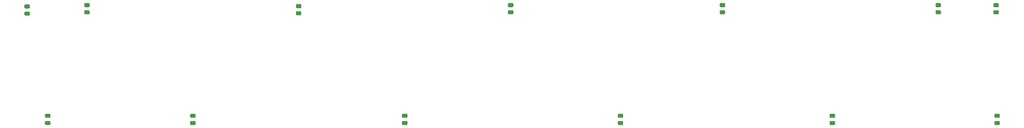
<source format=gbr>
%TF.GenerationSoftware,KiCad,Pcbnew,(5.1.9-0-10_14)*%
%TF.CreationDate,2022-08-31T22:56:09-04:00*%
%TF.ProjectId,47AhFoMoCo,34374168-466f-44d6-9f43-6f2e6b696361,rev?*%
%TF.SameCoordinates,Original*%
%TF.FileFunction,Paste,Bot*%
%TF.FilePolarity,Positive*%
%FSLAX46Y46*%
G04 Gerber Fmt 4.6, Leading zero omitted, Abs format (unit mm)*
G04 Created by KiCad (PCBNEW (5.1.9-0-10_14)) date 2022-08-31 22:56:09*
%MOMM*%
%LPD*%
G01*
G04 APERTURE LIST*
G04 APERTURE END LIST*
%TO.C,R2*%
G36*
G01*
X75299998Y-120900000D02*
X76200002Y-120900000D01*
G75*
G02*
X76450000Y-121149998I0J-249998D01*
G01*
X76450000Y-121675002D01*
G75*
G02*
X76200002Y-121925000I-249998J0D01*
G01*
X75299998Y-121925000D01*
G75*
G02*
X75050000Y-121675002I0J249998D01*
G01*
X75050000Y-121149998D01*
G75*
G02*
X75299998Y-120900000I249998J0D01*
G01*
G37*
G36*
G01*
X75299998Y-119075000D02*
X76200002Y-119075000D01*
G75*
G02*
X76450000Y-119324998I0J-249998D01*
G01*
X76450000Y-119850002D01*
G75*
G02*
X76200002Y-120100000I-249998J0D01*
G01*
X75299998Y-120100000D01*
G75*
G02*
X75050000Y-119850002I0J249998D01*
G01*
X75050000Y-119324998D01*
G75*
G02*
X75299998Y-119075000I249998J0D01*
G01*
G37*
%TD*%
%TO.C,R1*%
G36*
G01*
X70950002Y-94012500D02*
X70049998Y-94012500D01*
G75*
G02*
X69800000Y-93762502I0J249998D01*
G01*
X69800000Y-93237498D01*
G75*
G02*
X70049998Y-92987500I249998J0D01*
G01*
X70950002Y-92987500D01*
G75*
G02*
X71200000Y-93237498I0J-249998D01*
G01*
X71200000Y-93762502D01*
G75*
G02*
X70950002Y-94012500I-249998J0D01*
G01*
G37*
G36*
G01*
X70950002Y-92187500D02*
X70049998Y-92187500D01*
G75*
G02*
X69800000Y-91937502I0J249998D01*
G01*
X69800000Y-91412498D01*
G75*
G02*
X70049998Y-91162500I249998J0D01*
G01*
X70950002Y-91162500D01*
G75*
G02*
X71200000Y-91412498I0J-249998D01*
G01*
X71200000Y-91937502D01*
G75*
G02*
X70950002Y-92187500I-249998J0D01*
G01*
G37*
%TD*%
%TO.C,R3*%
G36*
G01*
X86200002Y-93675000D02*
X85299998Y-93675000D01*
G75*
G02*
X85050000Y-93425002I0J249998D01*
G01*
X85050000Y-92899998D01*
G75*
G02*
X85299998Y-92650000I249998J0D01*
G01*
X86200002Y-92650000D01*
G75*
G02*
X86450000Y-92899998I0J-249998D01*
G01*
X86450000Y-93425002D01*
G75*
G02*
X86200002Y-93675000I-249998J0D01*
G01*
G37*
G36*
G01*
X86200002Y-91850000D02*
X85299998Y-91850000D01*
G75*
G02*
X85050000Y-91600002I0J249998D01*
G01*
X85050000Y-91074998D01*
G75*
G02*
X85299998Y-90825000I249998J0D01*
G01*
X86200002Y-90825000D01*
G75*
G02*
X86450000Y-91074998I0J-249998D01*
G01*
X86450000Y-91600002D01*
G75*
G02*
X86200002Y-91850000I-249998J0D01*
G01*
G37*
%TD*%
%TO.C,R4*%
G36*
G01*
X112299998Y-120900000D02*
X113200002Y-120900000D01*
G75*
G02*
X113450000Y-121149998I0J-249998D01*
G01*
X113450000Y-121675002D01*
G75*
G02*
X113200002Y-121925000I-249998J0D01*
G01*
X112299998Y-121925000D01*
G75*
G02*
X112050000Y-121675002I0J249998D01*
G01*
X112050000Y-121149998D01*
G75*
G02*
X112299998Y-120900000I249998J0D01*
G01*
G37*
G36*
G01*
X112299998Y-119075000D02*
X113200002Y-119075000D01*
G75*
G02*
X113450000Y-119324998I0J-249998D01*
G01*
X113450000Y-119850002D01*
G75*
G02*
X113200002Y-120100000I-249998J0D01*
G01*
X112299998Y-120100000D01*
G75*
G02*
X112050000Y-119850002I0J249998D01*
G01*
X112050000Y-119324998D01*
G75*
G02*
X112299998Y-119075000I249998J0D01*
G01*
G37*
%TD*%
%TO.C,R5*%
G36*
G01*
X140162502Y-93925000D02*
X139262498Y-93925000D01*
G75*
G02*
X139012500Y-93675002I0J249998D01*
G01*
X139012500Y-93149998D01*
G75*
G02*
X139262498Y-92900000I249998J0D01*
G01*
X140162502Y-92900000D01*
G75*
G02*
X140412500Y-93149998I0J-249998D01*
G01*
X140412500Y-93675002D01*
G75*
G02*
X140162502Y-93925000I-249998J0D01*
G01*
G37*
G36*
G01*
X140162502Y-92100000D02*
X139262498Y-92100000D01*
G75*
G02*
X139012500Y-91850002I0J249998D01*
G01*
X139012500Y-91324998D01*
G75*
G02*
X139262498Y-91075000I249998J0D01*
G01*
X140162502Y-91075000D01*
G75*
G02*
X140412500Y-91324998I0J-249998D01*
G01*
X140412500Y-91850002D01*
G75*
G02*
X140162502Y-92100000I-249998J0D01*
G01*
G37*
%TD*%
%TO.C,R6*%
G36*
G01*
X166299998Y-120900000D02*
X167200002Y-120900000D01*
G75*
G02*
X167450000Y-121149998I0J-249998D01*
G01*
X167450000Y-121675002D01*
G75*
G02*
X167200002Y-121925000I-249998J0D01*
G01*
X166299998Y-121925000D01*
G75*
G02*
X166050000Y-121675002I0J249998D01*
G01*
X166050000Y-121149998D01*
G75*
G02*
X166299998Y-120900000I249998J0D01*
G01*
G37*
G36*
G01*
X166299998Y-119075000D02*
X167200002Y-119075000D01*
G75*
G02*
X167450000Y-119324998I0J-249998D01*
G01*
X167450000Y-119850002D01*
G75*
G02*
X167200002Y-120100000I-249998J0D01*
G01*
X166299998Y-120100000D01*
G75*
G02*
X166050000Y-119850002I0J249998D01*
G01*
X166050000Y-119324998D01*
G75*
G02*
X166299998Y-119075000I249998J0D01*
G01*
G37*
%TD*%
%TO.C,R7*%
G36*
G01*
X194200002Y-93675000D02*
X193299998Y-93675000D01*
G75*
G02*
X193050000Y-93425002I0J249998D01*
G01*
X193050000Y-92899998D01*
G75*
G02*
X193299998Y-92650000I249998J0D01*
G01*
X194200002Y-92650000D01*
G75*
G02*
X194450000Y-92899998I0J-249998D01*
G01*
X194450000Y-93425002D01*
G75*
G02*
X194200002Y-93675000I-249998J0D01*
G01*
G37*
G36*
G01*
X194200002Y-91850000D02*
X193299998Y-91850000D01*
G75*
G02*
X193050000Y-91600002I0J249998D01*
G01*
X193050000Y-91074998D01*
G75*
G02*
X193299998Y-90825000I249998J0D01*
G01*
X194200002Y-90825000D01*
G75*
G02*
X194450000Y-91074998I0J-249998D01*
G01*
X194450000Y-91600002D01*
G75*
G02*
X194200002Y-91850000I-249998J0D01*
G01*
G37*
%TD*%
%TO.C,R8*%
G36*
G01*
X221299998Y-120900000D02*
X222200002Y-120900000D01*
G75*
G02*
X222450000Y-121149998I0J-249998D01*
G01*
X222450000Y-121675002D01*
G75*
G02*
X222200002Y-121925000I-249998J0D01*
G01*
X221299998Y-121925000D01*
G75*
G02*
X221050000Y-121675002I0J249998D01*
G01*
X221050000Y-121149998D01*
G75*
G02*
X221299998Y-120900000I249998J0D01*
G01*
G37*
G36*
G01*
X221299998Y-119075000D02*
X222200002Y-119075000D01*
G75*
G02*
X222450000Y-119324998I0J-249998D01*
G01*
X222450000Y-119850002D01*
G75*
G02*
X222200002Y-120100000I-249998J0D01*
G01*
X221299998Y-120100000D01*
G75*
G02*
X221050000Y-119850002I0J249998D01*
G01*
X221050000Y-119324998D01*
G75*
G02*
X221299998Y-119075000I249998J0D01*
G01*
G37*
%TD*%
%TO.C,R9*%
G36*
G01*
X248200002Y-93675000D02*
X247299998Y-93675000D01*
G75*
G02*
X247050000Y-93425002I0J249998D01*
G01*
X247050000Y-92899998D01*
G75*
G02*
X247299998Y-92650000I249998J0D01*
G01*
X248200002Y-92650000D01*
G75*
G02*
X248450000Y-92899998I0J-249998D01*
G01*
X248450000Y-93425002D01*
G75*
G02*
X248200002Y-93675000I-249998J0D01*
G01*
G37*
G36*
G01*
X248200002Y-91850000D02*
X247299998Y-91850000D01*
G75*
G02*
X247050000Y-91600002I0J249998D01*
G01*
X247050000Y-91074998D01*
G75*
G02*
X247299998Y-90825000I249998J0D01*
G01*
X248200002Y-90825000D01*
G75*
G02*
X248450000Y-91074998I0J-249998D01*
G01*
X248450000Y-91600002D01*
G75*
G02*
X248200002Y-91850000I-249998J0D01*
G01*
G37*
%TD*%
%TO.C,R10*%
G36*
G01*
X275299998Y-120900000D02*
X276200002Y-120900000D01*
G75*
G02*
X276450000Y-121149998I0J-249998D01*
G01*
X276450000Y-121675002D01*
G75*
G02*
X276200002Y-121925000I-249998J0D01*
G01*
X275299998Y-121925000D01*
G75*
G02*
X275050000Y-121675002I0J249998D01*
G01*
X275050000Y-121149998D01*
G75*
G02*
X275299998Y-120900000I249998J0D01*
G01*
G37*
G36*
G01*
X275299998Y-119075000D02*
X276200002Y-119075000D01*
G75*
G02*
X276450000Y-119324998I0J-249998D01*
G01*
X276450000Y-119850002D01*
G75*
G02*
X276200002Y-120100000I-249998J0D01*
G01*
X275299998Y-120100000D01*
G75*
G02*
X275050000Y-119850002I0J249998D01*
G01*
X275050000Y-119324998D01*
G75*
G02*
X275299998Y-119075000I249998J0D01*
G01*
G37*
%TD*%
%TO.C,R11*%
G36*
G01*
X303200002Y-93675000D02*
X302299998Y-93675000D01*
G75*
G02*
X302050000Y-93425002I0J249998D01*
G01*
X302050000Y-92899998D01*
G75*
G02*
X302299998Y-92650000I249998J0D01*
G01*
X303200002Y-92650000D01*
G75*
G02*
X303450000Y-92899998I0J-249998D01*
G01*
X303450000Y-93425002D01*
G75*
G02*
X303200002Y-93675000I-249998J0D01*
G01*
G37*
G36*
G01*
X303200002Y-91850000D02*
X302299998Y-91850000D01*
G75*
G02*
X302050000Y-91600002I0J249998D01*
G01*
X302050000Y-91074998D01*
G75*
G02*
X302299998Y-90825000I249998J0D01*
G01*
X303200002Y-90825000D01*
G75*
G02*
X303450000Y-91074998I0J-249998D01*
G01*
X303450000Y-91600002D01*
G75*
G02*
X303200002Y-91850000I-249998J0D01*
G01*
G37*
%TD*%
%TO.C,R12*%
G36*
G01*
X317299998Y-120900000D02*
X318200002Y-120900000D01*
G75*
G02*
X318450000Y-121149998I0J-249998D01*
G01*
X318450000Y-121675002D01*
G75*
G02*
X318200002Y-121925000I-249998J0D01*
G01*
X317299998Y-121925000D01*
G75*
G02*
X317050000Y-121675002I0J249998D01*
G01*
X317050000Y-121149998D01*
G75*
G02*
X317299998Y-120900000I249998J0D01*
G01*
G37*
G36*
G01*
X317299998Y-119075000D02*
X318200002Y-119075000D01*
G75*
G02*
X318450000Y-119324998I0J-249998D01*
G01*
X318450000Y-119850002D01*
G75*
G02*
X318200002Y-120100000I-249998J0D01*
G01*
X317299998Y-120100000D01*
G75*
G02*
X317050000Y-119850002I0J249998D01*
G01*
X317050000Y-119324998D01*
G75*
G02*
X317299998Y-119075000I249998J0D01*
G01*
G37*
%TD*%
%TO.C,R13*%
G36*
G01*
X317950002Y-93675000D02*
X317049998Y-93675000D01*
G75*
G02*
X316800000Y-93425002I0J249998D01*
G01*
X316800000Y-92899998D01*
G75*
G02*
X317049998Y-92650000I249998J0D01*
G01*
X317950002Y-92650000D01*
G75*
G02*
X318200000Y-92899998I0J-249998D01*
G01*
X318200000Y-93425002D01*
G75*
G02*
X317950002Y-93675000I-249998J0D01*
G01*
G37*
G36*
G01*
X317950002Y-91850000D02*
X317049998Y-91850000D01*
G75*
G02*
X316800000Y-91600002I0J249998D01*
G01*
X316800000Y-91074998D01*
G75*
G02*
X317049998Y-90825000I249998J0D01*
G01*
X317950002Y-90825000D01*
G75*
G02*
X318200000Y-91074998I0J-249998D01*
G01*
X318200000Y-91600002D01*
G75*
G02*
X317950002Y-91850000I-249998J0D01*
G01*
G37*
%TD*%
M02*

</source>
